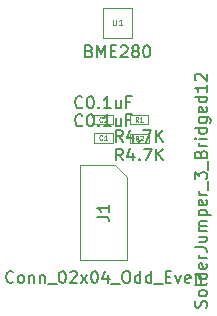
<source format=gbr>
G04 #@! TF.GenerationSoftware,KiCad,Pcbnew,(5.0.2)-1*
G04 #@! TF.CreationDate,2019-10-04T12:34:02+03:00*
G04 #@! TF.ProjectId,BME280,424d4532-3830-42e6-9b69-6361645f7063,rev?*
G04 #@! TF.SameCoordinates,Original*
G04 #@! TF.FileFunction,Other,Fab,Top*
%FSLAX46Y46*%
G04 Gerber Fmt 4.6, Leading zero omitted, Abs format (unit mm)*
G04 Created by KiCad (PCBNEW (5.0.2)-1) date 04.10.2019 12:34:02*
%MOMM*%
%LPD*%
G01*
G04 APERTURE LIST*
%ADD10C,0.100000*%
%ADD11C,0.150000*%
%ADD12C,0.060000*%
%ADD13C,0.050000*%
G04 APERTURE END LIST*
D10*
G04 #@! TO.C,C1*
X103764300Y-86810900D02*
X103764300Y-87610900D01*
X103764300Y-87610900D02*
X102164300Y-87610900D01*
X102164300Y-87610900D02*
X102164300Y-86810900D01*
X102164300Y-86810900D02*
X103764300Y-86810900D01*
G04 #@! TO.C,U1*
X105421750Y-76220000D02*
X105421750Y-78720000D01*
X105421750Y-78720000D02*
X102921750Y-78720000D01*
X102921750Y-78720000D02*
X102921750Y-76220000D01*
X102921750Y-76220000D02*
X105421750Y-76220000D01*
G04 #@! TO.C,C2*
X102164300Y-85274200D02*
X103764300Y-85274200D01*
X102164300Y-86074200D02*
X102164300Y-85274200D01*
X103764300Y-86074200D02*
X102164300Y-86074200D01*
X103764300Y-85274200D02*
X103764300Y-86074200D01*
G04 #@! TO.C,J1*
X101000300Y-89551000D02*
X104000300Y-89551000D01*
X104000300Y-89551000D02*
X105000300Y-90551000D01*
X105000300Y-90551000D02*
X105000300Y-97551000D01*
X105000300Y-97551000D02*
X101000300Y-97551000D01*
X101000300Y-97551000D02*
X101000300Y-89551000D01*
G04 #@! TO.C,R1*
X105194200Y-86074200D02*
X105194200Y-85274200D01*
X105194200Y-85274200D02*
X106794200Y-85274200D01*
X106794200Y-85274200D02*
X106794200Y-86074200D01*
X106794200Y-86074200D02*
X105194200Y-86074200D01*
G04 #@! TO.C,R2*
X106806900Y-87649000D02*
X105206900Y-87649000D01*
X106806900Y-86849000D02*
X106806900Y-87649000D01*
X105206900Y-86849000D02*
X106806900Y-86849000D01*
X105206900Y-87649000D02*
X105206900Y-86849000D01*
G04 #@! TD*
G04 #@! TO.C,C1*
D11*
X101202395Y-86138042D02*
X101154776Y-86185661D01*
X101011919Y-86233280D01*
X100916680Y-86233280D01*
X100773823Y-86185661D01*
X100678585Y-86090423D01*
X100630966Y-85995185D01*
X100583347Y-85804709D01*
X100583347Y-85661852D01*
X100630966Y-85471376D01*
X100678585Y-85376138D01*
X100773823Y-85280900D01*
X100916680Y-85233280D01*
X101011919Y-85233280D01*
X101154776Y-85280900D01*
X101202395Y-85328519D01*
X101821442Y-85233280D02*
X101916680Y-85233280D01*
X102011919Y-85280900D01*
X102059538Y-85328519D01*
X102107157Y-85423757D01*
X102154776Y-85614233D01*
X102154776Y-85852328D01*
X102107157Y-86042804D01*
X102059538Y-86138042D01*
X102011919Y-86185661D01*
X101916680Y-86233280D01*
X101821442Y-86233280D01*
X101726204Y-86185661D01*
X101678585Y-86138042D01*
X101630966Y-86042804D01*
X101583347Y-85852328D01*
X101583347Y-85614233D01*
X101630966Y-85423757D01*
X101678585Y-85328519D01*
X101726204Y-85280900D01*
X101821442Y-85233280D01*
X102583347Y-86138042D02*
X102630966Y-86185661D01*
X102583347Y-86233280D01*
X102535728Y-86185661D01*
X102583347Y-86138042D01*
X102583347Y-86233280D01*
X103583347Y-86233280D02*
X103011919Y-86233280D01*
X103297633Y-86233280D02*
X103297633Y-85233280D01*
X103202395Y-85376138D01*
X103107157Y-85471376D01*
X103011919Y-85518995D01*
X104440490Y-85566614D02*
X104440490Y-86233280D01*
X104011919Y-85566614D02*
X104011919Y-86090423D01*
X104059538Y-86185661D01*
X104154776Y-86233280D01*
X104297633Y-86233280D01*
X104392871Y-86185661D01*
X104440490Y-86138042D01*
X105250014Y-85709471D02*
X104916680Y-85709471D01*
X104916680Y-86233280D02*
X104916680Y-85233280D01*
X105392871Y-85233280D01*
D12*
X102897633Y-87353757D02*
X102878585Y-87372804D01*
X102821442Y-87391852D01*
X102783347Y-87391852D01*
X102726204Y-87372804D01*
X102688109Y-87334709D01*
X102669061Y-87296614D01*
X102650014Y-87220423D01*
X102650014Y-87163280D01*
X102669061Y-87087090D01*
X102688109Y-87048995D01*
X102726204Y-87010900D01*
X102783347Y-86991852D01*
X102821442Y-86991852D01*
X102878585Y-87010900D01*
X102897633Y-87029947D01*
X103278585Y-87391852D02*
X103050014Y-87391852D01*
X103164300Y-87391852D02*
X103164300Y-86991852D01*
X103126204Y-87048995D01*
X103088109Y-87087090D01*
X103050014Y-87106138D01*
G04 #@! TO.C,U1*
D11*
X101790797Y-79868571D02*
X101933654Y-79916190D01*
X101981273Y-79963809D01*
X102028892Y-80059047D01*
X102028892Y-80201904D01*
X101981273Y-80297142D01*
X101933654Y-80344761D01*
X101838416Y-80392380D01*
X101457464Y-80392380D01*
X101457464Y-79392380D01*
X101790797Y-79392380D01*
X101886035Y-79440000D01*
X101933654Y-79487619D01*
X101981273Y-79582857D01*
X101981273Y-79678095D01*
X101933654Y-79773333D01*
X101886035Y-79820952D01*
X101790797Y-79868571D01*
X101457464Y-79868571D01*
X102457464Y-80392380D02*
X102457464Y-79392380D01*
X102790797Y-80106666D01*
X103124130Y-79392380D01*
X103124130Y-80392380D01*
X103600321Y-79868571D02*
X103933654Y-79868571D01*
X104076511Y-80392380D02*
X103600321Y-80392380D01*
X103600321Y-79392380D01*
X104076511Y-79392380D01*
X104457464Y-79487619D02*
X104505083Y-79440000D01*
X104600321Y-79392380D01*
X104838416Y-79392380D01*
X104933654Y-79440000D01*
X104981273Y-79487619D01*
X105028892Y-79582857D01*
X105028892Y-79678095D01*
X104981273Y-79820952D01*
X104409845Y-80392380D01*
X105028892Y-80392380D01*
X105600321Y-79820952D02*
X105505083Y-79773333D01*
X105457464Y-79725714D01*
X105409845Y-79630476D01*
X105409845Y-79582857D01*
X105457464Y-79487619D01*
X105505083Y-79440000D01*
X105600321Y-79392380D01*
X105790797Y-79392380D01*
X105886035Y-79440000D01*
X105933654Y-79487619D01*
X105981273Y-79582857D01*
X105981273Y-79630476D01*
X105933654Y-79725714D01*
X105886035Y-79773333D01*
X105790797Y-79820952D01*
X105600321Y-79820952D01*
X105505083Y-79868571D01*
X105457464Y-79916190D01*
X105409845Y-80011428D01*
X105409845Y-80201904D01*
X105457464Y-80297142D01*
X105505083Y-80344761D01*
X105600321Y-80392380D01*
X105790797Y-80392380D01*
X105886035Y-80344761D01*
X105933654Y-80297142D01*
X105981273Y-80201904D01*
X105981273Y-80011428D01*
X105933654Y-79916190D01*
X105886035Y-79868571D01*
X105790797Y-79820952D01*
X106600321Y-79392380D02*
X106695559Y-79392380D01*
X106790797Y-79440000D01*
X106838416Y-79487619D01*
X106886035Y-79582857D01*
X106933654Y-79773333D01*
X106933654Y-80011428D01*
X106886035Y-80201904D01*
X106838416Y-80297142D01*
X106790797Y-80344761D01*
X106695559Y-80392380D01*
X106600321Y-80392380D01*
X106505083Y-80344761D01*
X106457464Y-80297142D01*
X106409845Y-80201904D01*
X106362226Y-80011428D01*
X106362226Y-79773333D01*
X106409845Y-79582857D01*
X106457464Y-79487619D01*
X106505083Y-79440000D01*
X106600321Y-79392380D01*
D13*
X103790797Y-77196190D02*
X103790797Y-77600952D01*
X103814607Y-77648571D01*
X103838416Y-77672380D01*
X103886035Y-77696190D01*
X103981273Y-77696190D01*
X104028892Y-77672380D01*
X104052702Y-77648571D01*
X104076511Y-77600952D01*
X104076511Y-77196190D01*
X104576511Y-77696190D02*
X104290797Y-77696190D01*
X104433654Y-77696190D02*
X104433654Y-77196190D01*
X104386035Y-77267619D01*
X104338416Y-77315238D01*
X104290797Y-77339047D01*
G04 #@! TO.C,C2*
D11*
X101202395Y-84601342D02*
X101154776Y-84648961D01*
X101011919Y-84696580D01*
X100916680Y-84696580D01*
X100773823Y-84648961D01*
X100678585Y-84553723D01*
X100630966Y-84458485D01*
X100583347Y-84268009D01*
X100583347Y-84125152D01*
X100630966Y-83934676D01*
X100678585Y-83839438D01*
X100773823Y-83744200D01*
X100916680Y-83696580D01*
X101011919Y-83696580D01*
X101154776Y-83744200D01*
X101202395Y-83791819D01*
X101821442Y-83696580D02*
X101916680Y-83696580D01*
X102011919Y-83744200D01*
X102059538Y-83791819D01*
X102107157Y-83887057D01*
X102154776Y-84077533D01*
X102154776Y-84315628D01*
X102107157Y-84506104D01*
X102059538Y-84601342D01*
X102011919Y-84648961D01*
X101916680Y-84696580D01*
X101821442Y-84696580D01*
X101726204Y-84648961D01*
X101678585Y-84601342D01*
X101630966Y-84506104D01*
X101583347Y-84315628D01*
X101583347Y-84077533D01*
X101630966Y-83887057D01*
X101678585Y-83791819D01*
X101726204Y-83744200D01*
X101821442Y-83696580D01*
X102583347Y-84601342D02*
X102630966Y-84648961D01*
X102583347Y-84696580D01*
X102535728Y-84648961D01*
X102583347Y-84601342D01*
X102583347Y-84696580D01*
X103583347Y-84696580D02*
X103011919Y-84696580D01*
X103297633Y-84696580D02*
X103297633Y-83696580D01*
X103202395Y-83839438D01*
X103107157Y-83934676D01*
X103011919Y-83982295D01*
X104440490Y-84029914D02*
X104440490Y-84696580D01*
X104011919Y-84029914D02*
X104011919Y-84553723D01*
X104059538Y-84648961D01*
X104154776Y-84696580D01*
X104297633Y-84696580D01*
X104392871Y-84648961D01*
X104440490Y-84601342D01*
X105250014Y-84172771D02*
X104916680Y-84172771D01*
X104916680Y-84696580D02*
X104916680Y-83696580D01*
X105392871Y-83696580D01*
D12*
X102897633Y-85817057D02*
X102878585Y-85836104D01*
X102821442Y-85855152D01*
X102783347Y-85855152D01*
X102726204Y-85836104D01*
X102688109Y-85798009D01*
X102669061Y-85759914D01*
X102650014Y-85683723D01*
X102650014Y-85626580D01*
X102669061Y-85550390D01*
X102688109Y-85512295D01*
X102726204Y-85474200D01*
X102783347Y-85455152D01*
X102821442Y-85455152D01*
X102878585Y-85474200D01*
X102897633Y-85493247D01*
X103050014Y-85493247D02*
X103069061Y-85474200D01*
X103107157Y-85455152D01*
X103202395Y-85455152D01*
X103240490Y-85474200D01*
X103259538Y-85493247D01*
X103278585Y-85531342D01*
X103278585Y-85569438D01*
X103259538Y-85626580D01*
X103030966Y-85855152D01*
X103278585Y-85855152D01*
G04 #@! TO.C,J1*
D11*
X95357442Y-99408142D02*
X95309823Y-99455761D01*
X95166966Y-99503380D01*
X95071728Y-99503380D01*
X94928871Y-99455761D01*
X94833633Y-99360523D01*
X94786014Y-99265285D01*
X94738395Y-99074809D01*
X94738395Y-98931952D01*
X94786014Y-98741476D01*
X94833633Y-98646238D01*
X94928871Y-98551000D01*
X95071728Y-98503380D01*
X95166966Y-98503380D01*
X95309823Y-98551000D01*
X95357442Y-98598619D01*
X95928871Y-99503380D02*
X95833633Y-99455761D01*
X95786014Y-99408142D01*
X95738395Y-99312904D01*
X95738395Y-99027190D01*
X95786014Y-98931952D01*
X95833633Y-98884333D01*
X95928871Y-98836714D01*
X96071728Y-98836714D01*
X96166966Y-98884333D01*
X96214585Y-98931952D01*
X96262204Y-99027190D01*
X96262204Y-99312904D01*
X96214585Y-99408142D01*
X96166966Y-99455761D01*
X96071728Y-99503380D01*
X95928871Y-99503380D01*
X96690776Y-98836714D02*
X96690776Y-99503380D01*
X96690776Y-98931952D02*
X96738395Y-98884333D01*
X96833633Y-98836714D01*
X96976490Y-98836714D01*
X97071728Y-98884333D01*
X97119347Y-98979571D01*
X97119347Y-99503380D01*
X97595538Y-98836714D02*
X97595538Y-99503380D01*
X97595538Y-98931952D02*
X97643157Y-98884333D01*
X97738395Y-98836714D01*
X97881252Y-98836714D01*
X97976490Y-98884333D01*
X98024109Y-98979571D01*
X98024109Y-99503380D01*
X98262204Y-99598619D02*
X99024109Y-99598619D01*
X99452680Y-98503380D02*
X99547919Y-98503380D01*
X99643157Y-98551000D01*
X99690776Y-98598619D01*
X99738395Y-98693857D01*
X99786014Y-98884333D01*
X99786014Y-99122428D01*
X99738395Y-99312904D01*
X99690776Y-99408142D01*
X99643157Y-99455761D01*
X99547919Y-99503380D01*
X99452680Y-99503380D01*
X99357442Y-99455761D01*
X99309823Y-99408142D01*
X99262204Y-99312904D01*
X99214585Y-99122428D01*
X99214585Y-98884333D01*
X99262204Y-98693857D01*
X99309823Y-98598619D01*
X99357442Y-98551000D01*
X99452680Y-98503380D01*
X100166966Y-98598619D02*
X100214585Y-98551000D01*
X100309823Y-98503380D01*
X100547919Y-98503380D01*
X100643157Y-98551000D01*
X100690776Y-98598619D01*
X100738395Y-98693857D01*
X100738395Y-98789095D01*
X100690776Y-98931952D01*
X100119347Y-99503380D01*
X100738395Y-99503380D01*
X101071728Y-99503380D02*
X101595538Y-98836714D01*
X101071728Y-98836714D02*
X101595538Y-99503380D01*
X102166966Y-98503380D02*
X102262204Y-98503380D01*
X102357442Y-98551000D01*
X102405061Y-98598619D01*
X102452680Y-98693857D01*
X102500300Y-98884333D01*
X102500300Y-99122428D01*
X102452680Y-99312904D01*
X102405061Y-99408142D01*
X102357442Y-99455761D01*
X102262204Y-99503380D01*
X102166966Y-99503380D01*
X102071728Y-99455761D01*
X102024109Y-99408142D01*
X101976490Y-99312904D01*
X101928871Y-99122428D01*
X101928871Y-98884333D01*
X101976490Y-98693857D01*
X102024109Y-98598619D01*
X102071728Y-98551000D01*
X102166966Y-98503380D01*
X103357442Y-98836714D02*
X103357442Y-99503380D01*
X103119347Y-98455761D02*
X102881252Y-99170047D01*
X103500300Y-99170047D01*
X103643157Y-99598619D02*
X104405061Y-99598619D01*
X104833633Y-98503380D02*
X105024109Y-98503380D01*
X105119347Y-98551000D01*
X105214585Y-98646238D01*
X105262204Y-98836714D01*
X105262204Y-99170047D01*
X105214585Y-99360523D01*
X105119347Y-99455761D01*
X105024109Y-99503380D01*
X104833633Y-99503380D01*
X104738395Y-99455761D01*
X104643157Y-99360523D01*
X104595538Y-99170047D01*
X104595538Y-98836714D01*
X104643157Y-98646238D01*
X104738395Y-98551000D01*
X104833633Y-98503380D01*
X106119347Y-99503380D02*
X106119347Y-98503380D01*
X106119347Y-99455761D02*
X106024109Y-99503380D01*
X105833633Y-99503380D01*
X105738395Y-99455761D01*
X105690776Y-99408142D01*
X105643157Y-99312904D01*
X105643157Y-99027190D01*
X105690776Y-98931952D01*
X105738395Y-98884333D01*
X105833633Y-98836714D01*
X106024109Y-98836714D01*
X106119347Y-98884333D01*
X107024109Y-99503380D02*
X107024109Y-98503380D01*
X107024109Y-99455761D02*
X106928871Y-99503380D01*
X106738395Y-99503380D01*
X106643157Y-99455761D01*
X106595538Y-99408142D01*
X106547919Y-99312904D01*
X106547919Y-99027190D01*
X106595538Y-98931952D01*
X106643157Y-98884333D01*
X106738395Y-98836714D01*
X106928871Y-98836714D01*
X107024109Y-98884333D01*
X107262204Y-99598619D02*
X108024109Y-99598619D01*
X108262204Y-98979571D02*
X108595538Y-98979571D01*
X108738395Y-99503380D02*
X108262204Y-99503380D01*
X108262204Y-98503380D01*
X108738395Y-98503380D01*
X109071728Y-98836714D02*
X109309823Y-99503380D01*
X109547919Y-98836714D01*
X110309823Y-99455761D02*
X110214585Y-99503380D01*
X110024109Y-99503380D01*
X109928871Y-99455761D01*
X109881252Y-99360523D01*
X109881252Y-98979571D01*
X109928871Y-98884333D01*
X110024109Y-98836714D01*
X110214585Y-98836714D01*
X110309823Y-98884333D01*
X110357442Y-98979571D01*
X110357442Y-99074809D01*
X109881252Y-99170047D01*
X110786014Y-98836714D02*
X110786014Y-99503380D01*
X110786014Y-98931952D02*
X110833633Y-98884333D01*
X110928871Y-98836714D01*
X111071728Y-98836714D01*
X111166966Y-98884333D01*
X111214585Y-98979571D01*
X111214585Y-99503380D01*
X102452680Y-93884333D02*
X103166966Y-93884333D01*
X103309823Y-93931952D01*
X103405061Y-94027190D01*
X103452680Y-94170047D01*
X103452680Y-94265285D01*
X103452680Y-92884333D02*
X103452680Y-93455761D01*
X103452680Y-93170047D02*
X102452680Y-93170047D01*
X102595538Y-93265285D01*
X102690776Y-93360523D01*
X102738395Y-93455761D01*
G04 #@! TO.C,R1*
X104613247Y-87556580D02*
X104279914Y-87080390D01*
X104041819Y-87556580D02*
X104041819Y-86556580D01*
X104422771Y-86556580D01*
X104518009Y-86604200D01*
X104565628Y-86651819D01*
X104613247Y-86747057D01*
X104613247Y-86889914D01*
X104565628Y-86985152D01*
X104518009Y-87032771D01*
X104422771Y-87080390D01*
X104041819Y-87080390D01*
X105470390Y-86889914D02*
X105470390Y-87556580D01*
X105232295Y-86508961D02*
X104994200Y-87223247D01*
X105613247Y-87223247D01*
X105994200Y-87461342D02*
X106041819Y-87508961D01*
X105994200Y-87556580D01*
X105946580Y-87508961D01*
X105994200Y-87461342D01*
X105994200Y-87556580D01*
X106375152Y-86556580D02*
X107041819Y-86556580D01*
X106613247Y-87556580D01*
X107422771Y-87556580D02*
X107422771Y-86556580D01*
X107994200Y-87556580D02*
X107565628Y-86985152D01*
X107994200Y-86556580D02*
X107422771Y-87128009D01*
D12*
X105927533Y-85855152D02*
X105794200Y-85664676D01*
X105698961Y-85855152D02*
X105698961Y-85455152D01*
X105851342Y-85455152D01*
X105889438Y-85474200D01*
X105908485Y-85493247D01*
X105927533Y-85531342D01*
X105927533Y-85588485D01*
X105908485Y-85626580D01*
X105889438Y-85645628D01*
X105851342Y-85664676D01*
X105698961Y-85664676D01*
X106308485Y-85855152D02*
X106079914Y-85855152D01*
X106194200Y-85855152D02*
X106194200Y-85455152D01*
X106156104Y-85512295D01*
X106118009Y-85550390D01*
X106079914Y-85569438D01*
G04 #@! TO.C,R2*
D11*
X104625947Y-89131380D02*
X104292614Y-88655190D01*
X104054519Y-89131380D02*
X104054519Y-88131380D01*
X104435471Y-88131380D01*
X104530709Y-88179000D01*
X104578328Y-88226619D01*
X104625947Y-88321857D01*
X104625947Y-88464714D01*
X104578328Y-88559952D01*
X104530709Y-88607571D01*
X104435471Y-88655190D01*
X104054519Y-88655190D01*
X105483090Y-88464714D02*
X105483090Y-89131380D01*
X105244995Y-88083761D02*
X105006900Y-88798047D01*
X105625947Y-88798047D01*
X106006900Y-89036142D02*
X106054519Y-89083761D01*
X106006900Y-89131380D01*
X105959280Y-89083761D01*
X106006900Y-89036142D01*
X106006900Y-89131380D01*
X106387852Y-88131380D02*
X107054519Y-88131380D01*
X106625947Y-89131380D01*
X107435471Y-89131380D02*
X107435471Y-88131380D01*
X108006900Y-89131380D02*
X107578328Y-88559952D01*
X108006900Y-88131380D02*
X107435471Y-88702809D01*
D12*
X105940233Y-87429952D02*
X105806900Y-87239476D01*
X105711661Y-87429952D02*
X105711661Y-87029952D01*
X105864042Y-87029952D01*
X105902138Y-87049000D01*
X105921185Y-87068047D01*
X105940233Y-87106142D01*
X105940233Y-87163285D01*
X105921185Y-87201380D01*
X105902138Y-87220428D01*
X105864042Y-87239476D01*
X105711661Y-87239476D01*
X106092614Y-87068047D02*
X106111661Y-87049000D01*
X106149757Y-87029952D01*
X106244995Y-87029952D01*
X106283090Y-87049000D01*
X106302138Y-87068047D01*
X106321185Y-87106142D01*
X106321185Y-87144238D01*
X106302138Y-87201380D01*
X106073566Y-87429952D01*
X106321185Y-87429952D01*
G04 #@! TO.C,JP2*
D11*
X111680261Y-101586061D02*
X111727880Y-101443204D01*
X111727880Y-101205109D01*
X111680261Y-101109871D01*
X111632642Y-101062252D01*
X111537404Y-101014633D01*
X111442166Y-101014633D01*
X111346928Y-101062252D01*
X111299309Y-101109871D01*
X111251690Y-101205109D01*
X111204071Y-101395585D01*
X111156452Y-101490823D01*
X111108833Y-101538442D01*
X111013595Y-101586061D01*
X110918357Y-101586061D01*
X110823119Y-101538442D01*
X110775500Y-101490823D01*
X110727880Y-101395585D01*
X110727880Y-101157490D01*
X110775500Y-101014633D01*
X111727880Y-100443204D02*
X111680261Y-100538442D01*
X111632642Y-100586061D01*
X111537404Y-100633680D01*
X111251690Y-100633680D01*
X111156452Y-100586061D01*
X111108833Y-100538442D01*
X111061214Y-100443204D01*
X111061214Y-100300347D01*
X111108833Y-100205109D01*
X111156452Y-100157490D01*
X111251690Y-100109871D01*
X111537404Y-100109871D01*
X111632642Y-100157490D01*
X111680261Y-100205109D01*
X111727880Y-100300347D01*
X111727880Y-100443204D01*
X111727880Y-99538442D02*
X111680261Y-99633680D01*
X111585023Y-99681300D01*
X110727880Y-99681300D01*
X111727880Y-98728919D02*
X110727880Y-98728919D01*
X111680261Y-98728919D02*
X111727880Y-98824157D01*
X111727880Y-99014633D01*
X111680261Y-99109871D01*
X111632642Y-99157490D01*
X111537404Y-99205109D01*
X111251690Y-99205109D01*
X111156452Y-99157490D01*
X111108833Y-99109871D01*
X111061214Y-99014633D01*
X111061214Y-98824157D01*
X111108833Y-98728919D01*
X111680261Y-97871776D02*
X111727880Y-97967014D01*
X111727880Y-98157490D01*
X111680261Y-98252728D01*
X111585023Y-98300347D01*
X111204071Y-98300347D01*
X111108833Y-98252728D01*
X111061214Y-98157490D01*
X111061214Y-97967014D01*
X111108833Y-97871776D01*
X111204071Y-97824157D01*
X111299309Y-97824157D01*
X111394547Y-98300347D01*
X111727880Y-97395585D02*
X111061214Y-97395585D01*
X111251690Y-97395585D02*
X111156452Y-97347966D01*
X111108833Y-97300347D01*
X111061214Y-97205109D01*
X111061214Y-97109871D01*
X110727880Y-96490823D02*
X111442166Y-96490823D01*
X111585023Y-96538442D01*
X111680261Y-96633680D01*
X111727880Y-96776538D01*
X111727880Y-96871776D01*
X111061214Y-95586061D02*
X111727880Y-95586061D01*
X111061214Y-96014633D02*
X111585023Y-96014633D01*
X111680261Y-95967014D01*
X111727880Y-95871776D01*
X111727880Y-95728919D01*
X111680261Y-95633680D01*
X111632642Y-95586061D01*
X111727880Y-95109871D02*
X111061214Y-95109871D01*
X111156452Y-95109871D02*
X111108833Y-95062252D01*
X111061214Y-94967014D01*
X111061214Y-94824157D01*
X111108833Y-94728919D01*
X111204071Y-94681300D01*
X111727880Y-94681300D01*
X111204071Y-94681300D02*
X111108833Y-94633680D01*
X111061214Y-94538442D01*
X111061214Y-94395585D01*
X111108833Y-94300347D01*
X111204071Y-94252728D01*
X111727880Y-94252728D01*
X111061214Y-93776538D02*
X112061214Y-93776538D01*
X111108833Y-93776538D02*
X111061214Y-93681300D01*
X111061214Y-93490823D01*
X111108833Y-93395585D01*
X111156452Y-93347966D01*
X111251690Y-93300347D01*
X111537404Y-93300347D01*
X111632642Y-93347966D01*
X111680261Y-93395585D01*
X111727880Y-93490823D01*
X111727880Y-93681300D01*
X111680261Y-93776538D01*
X111680261Y-92490823D02*
X111727880Y-92586061D01*
X111727880Y-92776538D01*
X111680261Y-92871776D01*
X111585023Y-92919395D01*
X111204071Y-92919395D01*
X111108833Y-92871776D01*
X111061214Y-92776538D01*
X111061214Y-92586061D01*
X111108833Y-92490823D01*
X111204071Y-92443204D01*
X111299309Y-92443204D01*
X111394547Y-92919395D01*
X111727880Y-92014633D02*
X111061214Y-92014633D01*
X111251690Y-92014633D02*
X111156452Y-91967014D01*
X111108833Y-91919395D01*
X111061214Y-91824157D01*
X111061214Y-91728919D01*
X111823119Y-91633680D02*
X111823119Y-90871776D01*
X110727880Y-90728919D02*
X110727880Y-90109871D01*
X111108833Y-90443204D01*
X111108833Y-90300347D01*
X111156452Y-90205109D01*
X111204071Y-90157490D01*
X111299309Y-90109871D01*
X111537404Y-90109871D01*
X111632642Y-90157490D01*
X111680261Y-90205109D01*
X111727880Y-90300347D01*
X111727880Y-90586061D01*
X111680261Y-90681300D01*
X111632642Y-90728919D01*
X111823119Y-89919395D02*
X111823119Y-89157490D01*
X111204071Y-88586061D02*
X111251690Y-88443204D01*
X111299309Y-88395585D01*
X111394547Y-88347966D01*
X111537404Y-88347966D01*
X111632642Y-88395585D01*
X111680261Y-88443204D01*
X111727880Y-88538442D01*
X111727880Y-88919395D01*
X110727880Y-88919395D01*
X110727880Y-88586061D01*
X110775500Y-88490823D01*
X110823119Y-88443204D01*
X110918357Y-88395585D01*
X111013595Y-88395585D01*
X111108833Y-88443204D01*
X111156452Y-88490823D01*
X111204071Y-88586061D01*
X111204071Y-88919395D01*
X111727880Y-87919395D02*
X111061214Y-87919395D01*
X111251690Y-87919395D02*
X111156452Y-87871776D01*
X111108833Y-87824157D01*
X111061214Y-87728919D01*
X111061214Y-87633680D01*
X111727880Y-87300347D02*
X111061214Y-87300347D01*
X110727880Y-87300347D02*
X110775500Y-87347966D01*
X110823119Y-87300347D01*
X110775500Y-87252728D01*
X110727880Y-87300347D01*
X110823119Y-87300347D01*
X111727880Y-86395585D02*
X110727880Y-86395585D01*
X111680261Y-86395585D02*
X111727880Y-86490823D01*
X111727880Y-86681300D01*
X111680261Y-86776538D01*
X111632642Y-86824157D01*
X111537404Y-86871776D01*
X111251690Y-86871776D01*
X111156452Y-86824157D01*
X111108833Y-86776538D01*
X111061214Y-86681300D01*
X111061214Y-86490823D01*
X111108833Y-86395585D01*
X111061214Y-85490823D02*
X111870738Y-85490823D01*
X111965976Y-85538442D01*
X112013595Y-85586061D01*
X112061214Y-85681300D01*
X112061214Y-85824157D01*
X112013595Y-85919395D01*
X111680261Y-85490823D02*
X111727880Y-85586061D01*
X111727880Y-85776538D01*
X111680261Y-85871776D01*
X111632642Y-85919395D01*
X111537404Y-85967014D01*
X111251690Y-85967014D01*
X111156452Y-85919395D01*
X111108833Y-85871776D01*
X111061214Y-85776538D01*
X111061214Y-85586061D01*
X111108833Y-85490823D01*
X111680261Y-84633680D02*
X111727880Y-84728919D01*
X111727880Y-84919395D01*
X111680261Y-85014633D01*
X111585023Y-85062252D01*
X111204071Y-85062252D01*
X111108833Y-85014633D01*
X111061214Y-84919395D01*
X111061214Y-84728919D01*
X111108833Y-84633680D01*
X111204071Y-84586061D01*
X111299309Y-84586061D01*
X111394547Y-85062252D01*
X111727880Y-83728919D02*
X110727880Y-83728919D01*
X111680261Y-83728919D02*
X111727880Y-83824157D01*
X111727880Y-84014633D01*
X111680261Y-84109871D01*
X111632642Y-84157490D01*
X111537404Y-84205109D01*
X111251690Y-84205109D01*
X111156452Y-84157490D01*
X111108833Y-84109871D01*
X111061214Y-84014633D01*
X111061214Y-83824157D01*
X111108833Y-83728919D01*
X111727880Y-82728919D02*
X111727880Y-83300347D01*
X111727880Y-83014633D02*
X110727880Y-83014633D01*
X110870738Y-83109871D01*
X110965976Y-83205109D01*
X111013595Y-83300347D01*
X110823119Y-82347966D02*
X110775500Y-82300347D01*
X110727880Y-82205109D01*
X110727880Y-81967014D01*
X110775500Y-81871776D01*
X110823119Y-81824157D01*
X110918357Y-81776538D01*
X111013595Y-81776538D01*
X111156452Y-81824157D01*
X111727880Y-82395585D01*
X111727880Y-81776538D01*
G04 #@! TD*
M02*

</source>
